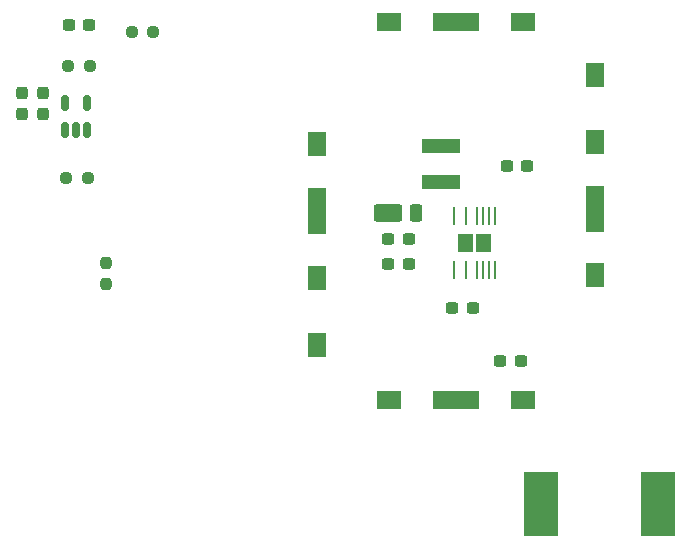
<source format=gbr>
%TF.GenerationSoftware,KiCad,Pcbnew,7.0.7*%
%TF.CreationDate,2024-03-07T15:54:46+13:00*%
%TF.ProjectId,high_v_converter,68696768-5f76-45f6-936f-6e7665727465,rev?*%
%TF.SameCoordinates,Original*%
%TF.FileFunction,Paste,Top*%
%TF.FilePolarity,Positive*%
%FSLAX46Y46*%
G04 Gerber Fmt 4.6, Leading zero omitted, Abs format (unit mm)*
G04 Created by KiCad (PCBNEW 7.0.7) date 2024-03-07 15:54:46*
%MOMM*%
%LPD*%
G01*
G04 APERTURE LIST*
G04 Aperture macros list*
%AMRoundRect*
0 Rectangle with rounded corners*
0 $1 Rounding radius*
0 $2 $3 $4 $5 $6 $7 $8 $9 X,Y pos of 4 corners*
0 Add a 4 corners polygon primitive as box body*
4,1,4,$2,$3,$4,$5,$6,$7,$8,$9,$2,$3,0*
0 Add four circle primitives for the rounded corners*
1,1,$1+$1,$2,$3*
1,1,$1+$1,$4,$5*
1,1,$1+$1,$6,$7*
1,1,$1+$1,$8,$9*
0 Add four rect primitives between the rounded corners*
20,1,$1+$1,$2,$3,$4,$5,0*
20,1,$1+$1,$4,$5,$6,$7,0*
20,1,$1+$1,$6,$7,$8,$9,0*
20,1,$1+$1,$8,$9,$2,$3,0*%
G04 Aperture macros list end*
%ADD10R,2.000000X1.500000*%
%ADD11R,4.000000X1.500000*%
%ADD12R,1.500000X2.000000*%
%ADD13R,1.500000X4.000000*%
%ADD14RoundRect,0.237500X-0.300000X-0.237500X0.300000X-0.237500X0.300000X0.237500X-0.300000X0.237500X0*%
%ADD15RoundRect,0.237500X0.250000X0.237500X-0.250000X0.237500X-0.250000X-0.237500X0.250000X-0.237500X0*%
%ADD16RoundRect,0.250000X0.950000X0.500000X-0.950000X0.500000X-0.950000X-0.500000X0.950000X-0.500000X0*%
%ADD17RoundRect,0.250000X0.275000X0.500000X-0.275000X0.500000X-0.275000X-0.500000X0.275000X-0.500000X0*%
%ADD18RoundRect,0.237500X0.237500X-0.300000X0.237500X0.300000X-0.237500X0.300000X-0.237500X-0.300000X0*%
%ADD19RoundRect,0.237500X0.300000X0.237500X-0.300000X0.237500X-0.300000X-0.237500X0.300000X-0.237500X0*%
%ADD20R,2.900000X5.400000*%
%ADD21R,0.279400X1.527899*%
%ADD22RoundRect,0.237500X0.237500X-0.250000X0.237500X0.250000X-0.237500X0.250000X-0.237500X-0.250000X0*%
%ADD23RoundRect,0.150000X0.150000X-0.512500X0.150000X0.512500X-0.150000X0.512500X-0.150000X-0.512500X0*%
%ADD24R,3.300000X1.200000*%
G04 APERTURE END LIST*
%TO.C,U1*%
G36*
X145200002Y-108362949D02*
G01*
X143926802Y-108362949D01*
X143926802Y-106810349D01*
X145200002Y-106810349D01*
X145200002Y-108362949D01*
G37*
G36*
X146673202Y-108362949D02*
G01*
X145400002Y-108362949D01*
X145400002Y-106810349D01*
X146673202Y-106810349D01*
X146673202Y-108362949D01*
G37*
%TD*%
D10*
%TO.C,J3*%
X138100000Y-120900000D03*
D11*
X143750000Y-120900000D03*
D10*
X149400000Y-120900000D03*
D12*
X132000000Y-116200000D03*
X132000000Y-110550000D03*
X155500000Y-110350000D03*
D13*
X132000000Y-104900000D03*
X155500000Y-104700000D03*
D12*
X132000000Y-99250000D03*
X155500000Y-99050000D03*
X155500000Y-93400000D03*
D10*
X138100000Y-88900000D03*
D11*
X143750000Y-88900000D03*
D10*
X149400000Y-88900000D03*
%TD*%
D14*
%TO.C,C3*%
X148037500Y-101100000D03*
X149762500Y-101100000D03*
%TD*%
D15*
%TO.C,R11*%
X112550000Y-102125000D03*
X110725000Y-102125000D03*
%TD*%
D16*
%TO.C,D1*%
X138000000Y-105100000D03*
D17*
X140375000Y-105100000D03*
%TD*%
D18*
%TO.C,C10*%
X108800000Y-96662500D03*
X108800000Y-94937500D03*
%TD*%
D19*
%TO.C,C2*%
X145150000Y-113100000D03*
X143425000Y-113100000D03*
%TD*%
D20*
%TO.C,L2*%
X150950000Y-129700000D03*
X160850000Y-129700000D03*
%TD*%
D14*
%TO.C,C12*%
X138000000Y-109400000D03*
X139725000Y-109400000D03*
%TD*%
D15*
%TO.C,R10*%
X112725000Y-92625000D03*
X110900000Y-92625000D03*
%TD*%
D21*
%TO.C,U1*%
X143550000Y-109900000D03*
X144550001Y-109900000D03*
X145550002Y-109900000D03*
X146050000Y-109900000D03*
X146550002Y-109900000D03*
X147050001Y-109900000D03*
X147050004Y-105273298D03*
X146550002Y-105273298D03*
X146050003Y-105273298D03*
X145550002Y-105273298D03*
X144550004Y-105273298D03*
X143550003Y-105273298D03*
%TD*%
D14*
%TO.C,C4*%
X138000000Y-107300000D03*
X139725000Y-107300000D03*
%TD*%
D22*
%TO.C,R8*%
X114100000Y-111112500D03*
X114100000Y-109287500D03*
%TD*%
D23*
%TO.C,U2*%
X110637500Y-98062500D03*
X111587500Y-98062500D03*
X112537500Y-98062500D03*
X112537500Y-95787500D03*
X110637500Y-95787500D03*
%TD*%
D19*
%TO.C,C1*%
X149212500Y-117600000D03*
X147487500Y-117600000D03*
%TD*%
%TO.C,C11*%
X112675000Y-89125000D03*
X110950000Y-89125000D03*
%TD*%
D24*
%TO.C,L1*%
X142450000Y-99350000D03*
X142450000Y-102450000D03*
%TD*%
D15*
%TO.C,R9*%
X118112500Y-89700000D03*
X116287500Y-89700000D03*
%TD*%
D18*
%TO.C,C8*%
X107000000Y-96662500D03*
X107000000Y-94937500D03*
%TD*%
M02*

</source>
